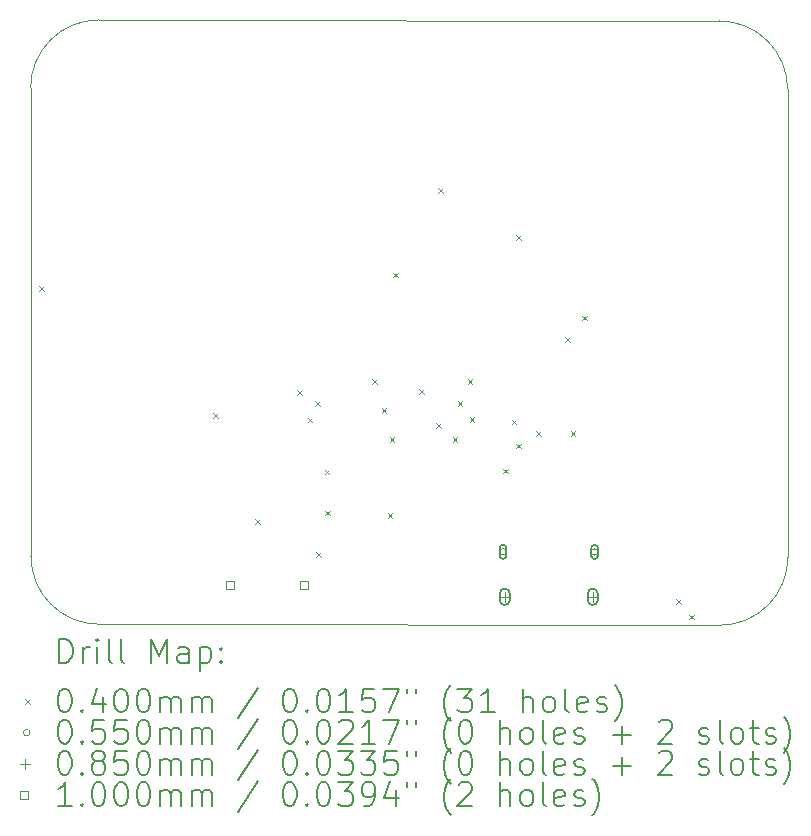
<source format=gbr>
%TF.GenerationSoftware,KiCad,Pcbnew,7.0.2*%
%TF.CreationDate,2023-11-25T19:49:49-03:00*%
%TF.ProjectId,Schematic_monitor,53636865-6d61-4746-9963-5f6d6f6e6974,rev?*%
%TF.SameCoordinates,Original*%
%TF.FileFunction,Drillmap*%
%TF.FilePolarity,Positive*%
%FSLAX45Y45*%
G04 Gerber Fmt 4.5, Leading zero omitted, Abs format (unit mm)*
G04 Created by KiCad (PCBNEW 7.0.2) date 2023-11-25 19:49:49*
%MOMM*%
%LPD*%
G01*
G04 APERTURE LIST*
%ADD10C,0.100000*%
%ADD11C,0.200000*%
%ADD12C,0.040000*%
%ADD13C,0.055000*%
%ADD14C,0.085000*%
G04 APERTURE END LIST*
D10*
X12301658Y-15585636D02*
X12298999Y-11621999D01*
X18708132Y-11630859D02*
X18710792Y-15594496D01*
X12301658Y-15585636D02*
G75*
G03*
X12877954Y-16161932I576292J-4D01*
G01*
X18708127Y-11630859D02*
G75*
G03*
X18131836Y-11054563I-576287J9D01*
G01*
X12875295Y-11045703D02*
G75*
G03*
X12298999Y-11621999I-3J-576293D01*
G01*
X18131836Y-11054563D02*
X12875295Y-11045703D01*
X18134496Y-16170792D02*
G75*
G03*
X18710792Y-15594496I4J576292D01*
G01*
X12877954Y-16161932D02*
X18134496Y-16170792D01*
D11*
D12*
X12372000Y-13298000D02*
X12412000Y-13338000D01*
X12412000Y-13298000D02*
X12372000Y-13338000D01*
X13844792Y-14374784D02*
X13884792Y-14414784D01*
X13884792Y-14374784D02*
X13844792Y-14414784D01*
X14197792Y-15275496D02*
X14237792Y-15315496D01*
X14237792Y-15275496D02*
X14197792Y-15315496D01*
X14556792Y-14178784D02*
X14596792Y-14218784D01*
X14596792Y-14178784D02*
X14556792Y-14218784D01*
X14643792Y-14413496D02*
X14683792Y-14453496D01*
X14683792Y-14413496D02*
X14643792Y-14453496D01*
X14705792Y-14275496D02*
X14745792Y-14315496D01*
X14745792Y-14275496D02*
X14705792Y-14315496D01*
X14715792Y-15551496D02*
X14755792Y-15591496D01*
X14755792Y-15551496D02*
X14715792Y-15591496D01*
X14789792Y-14853496D02*
X14829792Y-14893496D01*
X14829792Y-14853496D02*
X14789792Y-14893496D01*
X14793225Y-15200931D02*
X14833225Y-15240931D01*
X14833225Y-15200931D02*
X14793225Y-15240931D01*
X15190464Y-14084260D02*
X15230464Y-14124260D01*
X15230464Y-14084260D02*
X15190464Y-14124260D01*
X15272000Y-14332000D02*
X15312000Y-14372000D01*
X15312000Y-14332000D02*
X15272000Y-14372000D01*
X15321600Y-15220000D02*
X15361600Y-15260000D01*
X15361600Y-15220000D02*
X15321600Y-15260000D01*
X15338000Y-14576000D02*
X15378000Y-14616000D01*
X15378000Y-14576000D02*
X15338000Y-14616000D01*
X15368000Y-13186496D02*
X15408000Y-13226496D01*
X15408000Y-13186496D02*
X15368000Y-13226496D01*
X15586000Y-14171000D02*
X15626000Y-14211000D01*
X15626000Y-14171000D02*
X15586000Y-14211000D01*
X15733000Y-14461000D02*
X15773000Y-14501000D01*
X15773000Y-14461000D02*
X15733000Y-14501000D01*
X15747644Y-12470644D02*
X15787644Y-12510644D01*
X15787644Y-12470644D02*
X15747644Y-12510644D01*
X15872000Y-14577000D02*
X15912000Y-14617000D01*
X15912000Y-14577000D02*
X15872000Y-14617000D01*
X15914792Y-14273496D02*
X15954792Y-14313496D01*
X15954792Y-14273496D02*
X15914792Y-14313496D01*
X15998792Y-14086496D02*
X16038792Y-14126496D01*
X16038792Y-14086496D02*
X15998792Y-14126496D01*
X16016792Y-14407496D02*
X16056792Y-14447496D01*
X16056792Y-14407496D02*
X16016792Y-14447496D01*
X16300792Y-14845496D02*
X16340792Y-14885496D01*
X16340792Y-14845496D02*
X16300792Y-14885496D01*
X16372792Y-14430496D02*
X16412792Y-14470496D01*
X16412792Y-14430496D02*
X16372792Y-14470496D01*
X16408792Y-12869496D02*
X16448792Y-12909496D01*
X16448792Y-12869496D02*
X16408792Y-12909496D01*
X16410792Y-14632496D02*
X16450792Y-14672496D01*
X16450792Y-14632496D02*
X16410792Y-14672496D01*
X16578792Y-14524496D02*
X16618792Y-14564496D01*
X16618792Y-14524496D02*
X16578792Y-14564496D01*
X16825792Y-13732496D02*
X16865792Y-13772496D01*
X16865792Y-13732496D02*
X16825792Y-13772496D01*
X16871000Y-14527000D02*
X16911000Y-14567000D01*
X16911000Y-14527000D02*
X16871000Y-14567000D01*
X16967792Y-13548496D02*
X17007792Y-13588496D01*
X17007792Y-13548496D02*
X16967792Y-13588496D01*
X17763000Y-15950000D02*
X17803000Y-15990000D01*
X17803000Y-15950000D02*
X17763000Y-15990000D01*
X17874000Y-16080000D02*
X17914000Y-16120000D01*
X17914000Y-16080000D02*
X17874000Y-16120000D01*
D13*
X16326292Y-15549996D02*
G75*
G03*
X16326292Y-15549996I-27500J0D01*
G01*
D11*
X16326292Y-15582496D02*
X16326292Y-15517496D01*
X16326292Y-15517496D02*
G75*
G03*
X16271292Y-15517496I-27500J0D01*
G01*
X16271292Y-15517496D02*
X16271292Y-15582496D01*
X16271292Y-15582496D02*
G75*
G03*
X16326292Y-15582496I27500J0D01*
G01*
D13*
X17101292Y-15549996D02*
G75*
G03*
X17101292Y-15549996I-27500J0D01*
G01*
D11*
X17101292Y-15582496D02*
X17101292Y-15517496D01*
X17101292Y-15517496D02*
G75*
G03*
X17046292Y-15517496I-27500J0D01*
G01*
X17046292Y-15517496D02*
X17046292Y-15582496D01*
X17046292Y-15582496D02*
G75*
G03*
X17101292Y-15582496I27500J0D01*
G01*
D14*
X16313792Y-15887496D02*
X16313792Y-15972496D01*
X16271292Y-15929996D02*
X16356292Y-15929996D01*
D11*
X16356292Y-15957496D02*
X16356292Y-15902496D01*
X16356292Y-15902496D02*
G75*
G03*
X16271292Y-15902496I-42500J0D01*
G01*
X16271292Y-15902496D02*
X16271292Y-15957496D01*
X16271292Y-15957496D02*
G75*
G03*
X16356292Y-15957496I42500J0D01*
G01*
D14*
X17058792Y-15887496D02*
X17058792Y-15972496D01*
X17016292Y-15929996D02*
X17101292Y-15929996D01*
D11*
X17101292Y-15957496D02*
X17101292Y-15902496D01*
X17101292Y-15902496D02*
G75*
G03*
X17016292Y-15902496I-42500J0D01*
G01*
X17016292Y-15902496D02*
X17016292Y-15957496D01*
X17016292Y-15957496D02*
G75*
G03*
X17101292Y-15957496I42500J0D01*
G01*
D10*
X14022148Y-15862852D02*
X14022148Y-15792140D01*
X13951436Y-15792140D01*
X13951436Y-15862852D01*
X14022148Y-15862852D01*
X14647148Y-15866852D02*
X14647148Y-15796140D01*
X14576436Y-15796140D01*
X14576436Y-15866852D01*
X14647148Y-15866852D01*
D11*
X12541618Y-16488316D02*
X12541618Y-16288316D01*
X12541618Y-16288316D02*
X12589237Y-16288316D01*
X12589237Y-16288316D02*
X12617808Y-16297840D01*
X12617808Y-16297840D02*
X12636856Y-16316887D01*
X12636856Y-16316887D02*
X12646380Y-16335935D01*
X12646380Y-16335935D02*
X12655903Y-16374030D01*
X12655903Y-16374030D02*
X12655903Y-16402601D01*
X12655903Y-16402601D02*
X12646380Y-16440697D01*
X12646380Y-16440697D02*
X12636856Y-16459744D01*
X12636856Y-16459744D02*
X12617808Y-16478792D01*
X12617808Y-16478792D02*
X12589237Y-16488316D01*
X12589237Y-16488316D02*
X12541618Y-16488316D01*
X12741618Y-16488316D02*
X12741618Y-16354982D01*
X12741618Y-16393078D02*
X12751142Y-16374030D01*
X12751142Y-16374030D02*
X12760665Y-16364506D01*
X12760665Y-16364506D02*
X12779713Y-16354982D01*
X12779713Y-16354982D02*
X12798761Y-16354982D01*
X12865427Y-16488316D02*
X12865427Y-16354982D01*
X12865427Y-16288316D02*
X12855903Y-16297840D01*
X12855903Y-16297840D02*
X12865427Y-16307363D01*
X12865427Y-16307363D02*
X12874951Y-16297840D01*
X12874951Y-16297840D02*
X12865427Y-16288316D01*
X12865427Y-16288316D02*
X12865427Y-16307363D01*
X12989237Y-16488316D02*
X12970189Y-16478792D01*
X12970189Y-16478792D02*
X12960665Y-16459744D01*
X12960665Y-16459744D02*
X12960665Y-16288316D01*
X13093999Y-16488316D02*
X13074951Y-16478792D01*
X13074951Y-16478792D02*
X13065427Y-16459744D01*
X13065427Y-16459744D02*
X13065427Y-16288316D01*
X13322570Y-16488316D02*
X13322570Y-16288316D01*
X13322570Y-16288316D02*
X13389237Y-16431173D01*
X13389237Y-16431173D02*
X13455903Y-16288316D01*
X13455903Y-16288316D02*
X13455903Y-16488316D01*
X13636856Y-16488316D02*
X13636856Y-16383554D01*
X13636856Y-16383554D02*
X13627332Y-16364506D01*
X13627332Y-16364506D02*
X13608284Y-16354982D01*
X13608284Y-16354982D02*
X13570189Y-16354982D01*
X13570189Y-16354982D02*
X13551142Y-16364506D01*
X13636856Y-16478792D02*
X13617808Y-16488316D01*
X13617808Y-16488316D02*
X13570189Y-16488316D01*
X13570189Y-16488316D02*
X13551142Y-16478792D01*
X13551142Y-16478792D02*
X13541618Y-16459744D01*
X13541618Y-16459744D02*
X13541618Y-16440697D01*
X13541618Y-16440697D02*
X13551142Y-16421649D01*
X13551142Y-16421649D02*
X13570189Y-16412125D01*
X13570189Y-16412125D02*
X13617808Y-16412125D01*
X13617808Y-16412125D02*
X13636856Y-16402601D01*
X13732094Y-16354982D02*
X13732094Y-16554982D01*
X13732094Y-16364506D02*
X13751142Y-16354982D01*
X13751142Y-16354982D02*
X13789237Y-16354982D01*
X13789237Y-16354982D02*
X13808284Y-16364506D01*
X13808284Y-16364506D02*
X13817808Y-16374030D01*
X13817808Y-16374030D02*
X13827332Y-16393078D01*
X13827332Y-16393078D02*
X13827332Y-16450220D01*
X13827332Y-16450220D02*
X13817808Y-16469268D01*
X13817808Y-16469268D02*
X13808284Y-16478792D01*
X13808284Y-16478792D02*
X13789237Y-16488316D01*
X13789237Y-16488316D02*
X13751142Y-16488316D01*
X13751142Y-16488316D02*
X13732094Y-16478792D01*
X13913046Y-16469268D02*
X13922570Y-16478792D01*
X13922570Y-16478792D02*
X13913046Y-16488316D01*
X13913046Y-16488316D02*
X13903523Y-16478792D01*
X13903523Y-16478792D02*
X13913046Y-16469268D01*
X13913046Y-16469268D02*
X13913046Y-16488316D01*
X13913046Y-16364506D02*
X13922570Y-16374030D01*
X13922570Y-16374030D02*
X13913046Y-16383554D01*
X13913046Y-16383554D02*
X13903523Y-16374030D01*
X13903523Y-16374030D02*
X13913046Y-16364506D01*
X13913046Y-16364506D02*
X13913046Y-16383554D01*
D12*
X12253999Y-16795792D02*
X12293999Y-16835792D01*
X12293999Y-16795792D02*
X12253999Y-16835792D01*
D11*
X12579713Y-16708316D02*
X12598761Y-16708316D01*
X12598761Y-16708316D02*
X12617808Y-16717840D01*
X12617808Y-16717840D02*
X12627332Y-16727363D01*
X12627332Y-16727363D02*
X12636856Y-16746411D01*
X12636856Y-16746411D02*
X12646380Y-16784506D01*
X12646380Y-16784506D02*
X12646380Y-16832125D01*
X12646380Y-16832125D02*
X12636856Y-16870221D01*
X12636856Y-16870221D02*
X12627332Y-16889268D01*
X12627332Y-16889268D02*
X12617808Y-16898792D01*
X12617808Y-16898792D02*
X12598761Y-16908316D01*
X12598761Y-16908316D02*
X12579713Y-16908316D01*
X12579713Y-16908316D02*
X12560665Y-16898792D01*
X12560665Y-16898792D02*
X12551142Y-16889268D01*
X12551142Y-16889268D02*
X12541618Y-16870221D01*
X12541618Y-16870221D02*
X12532094Y-16832125D01*
X12532094Y-16832125D02*
X12532094Y-16784506D01*
X12532094Y-16784506D02*
X12541618Y-16746411D01*
X12541618Y-16746411D02*
X12551142Y-16727363D01*
X12551142Y-16727363D02*
X12560665Y-16717840D01*
X12560665Y-16717840D02*
X12579713Y-16708316D01*
X12732094Y-16889268D02*
X12741618Y-16898792D01*
X12741618Y-16898792D02*
X12732094Y-16908316D01*
X12732094Y-16908316D02*
X12722570Y-16898792D01*
X12722570Y-16898792D02*
X12732094Y-16889268D01*
X12732094Y-16889268D02*
X12732094Y-16908316D01*
X12913046Y-16774982D02*
X12913046Y-16908316D01*
X12865427Y-16698792D02*
X12817808Y-16841649D01*
X12817808Y-16841649D02*
X12941618Y-16841649D01*
X13055903Y-16708316D02*
X13074951Y-16708316D01*
X13074951Y-16708316D02*
X13093999Y-16717840D01*
X13093999Y-16717840D02*
X13103523Y-16727363D01*
X13103523Y-16727363D02*
X13113046Y-16746411D01*
X13113046Y-16746411D02*
X13122570Y-16784506D01*
X13122570Y-16784506D02*
X13122570Y-16832125D01*
X13122570Y-16832125D02*
X13113046Y-16870221D01*
X13113046Y-16870221D02*
X13103523Y-16889268D01*
X13103523Y-16889268D02*
X13093999Y-16898792D01*
X13093999Y-16898792D02*
X13074951Y-16908316D01*
X13074951Y-16908316D02*
X13055903Y-16908316D01*
X13055903Y-16908316D02*
X13036856Y-16898792D01*
X13036856Y-16898792D02*
X13027332Y-16889268D01*
X13027332Y-16889268D02*
X13017808Y-16870221D01*
X13017808Y-16870221D02*
X13008284Y-16832125D01*
X13008284Y-16832125D02*
X13008284Y-16784506D01*
X13008284Y-16784506D02*
X13017808Y-16746411D01*
X13017808Y-16746411D02*
X13027332Y-16727363D01*
X13027332Y-16727363D02*
X13036856Y-16717840D01*
X13036856Y-16717840D02*
X13055903Y-16708316D01*
X13246380Y-16708316D02*
X13265427Y-16708316D01*
X13265427Y-16708316D02*
X13284475Y-16717840D01*
X13284475Y-16717840D02*
X13293999Y-16727363D01*
X13293999Y-16727363D02*
X13303523Y-16746411D01*
X13303523Y-16746411D02*
X13313046Y-16784506D01*
X13313046Y-16784506D02*
X13313046Y-16832125D01*
X13313046Y-16832125D02*
X13303523Y-16870221D01*
X13303523Y-16870221D02*
X13293999Y-16889268D01*
X13293999Y-16889268D02*
X13284475Y-16898792D01*
X13284475Y-16898792D02*
X13265427Y-16908316D01*
X13265427Y-16908316D02*
X13246380Y-16908316D01*
X13246380Y-16908316D02*
X13227332Y-16898792D01*
X13227332Y-16898792D02*
X13217808Y-16889268D01*
X13217808Y-16889268D02*
X13208284Y-16870221D01*
X13208284Y-16870221D02*
X13198761Y-16832125D01*
X13198761Y-16832125D02*
X13198761Y-16784506D01*
X13198761Y-16784506D02*
X13208284Y-16746411D01*
X13208284Y-16746411D02*
X13217808Y-16727363D01*
X13217808Y-16727363D02*
X13227332Y-16717840D01*
X13227332Y-16717840D02*
X13246380Y-16708316D01*
X13398761Y-16908316D02*
X13398761Y-16774982D01*
X13398761Y-16794030D02*
X13408284Y-16784506D01*
X13408284Y-16784506D02*
X13427332Y-16774982D01*
X13427332Y-16774982D02*
X13455904Y-16774982D01*
X13455904Y-16774982D02*
X13474951Y-16784506D01*
X13474951Y-16784506D02*
X13484475Y-16803554D01*
X13484475Y-16803554D02*
X13484475Y-16908316D01*
X13484475Y-16803554D02*
X13493999Y-16784506D01*
X13493999Y-16784506D02*
X13513046Y-16774982D01*
X13513046Y-16774982D02*
X13541618Y-16774982D01*
X13541618Y-16774982D02*
X13560665Y-16784506D01*
X13560665Y-16784506D02*
X13570189Y-16803554D01*
X13570189Y-16803554D02*
X13570189Y-16908316D01*
X13665427Y-16908316D02*
X13665427Y-16774982D01*
X13665427Y-16794030D02*
X13674951Y-16784506D01*
X13674951Y-16784506D02*
X13693999Y-16774982D01*
X13693999Y-16774982D02*
X13722570Y-16774982D01*
X13722570Y-16774982D02*
X13741618Y-16784506D01*
X13741618Y-16784506D02*
X13751142Y-16803554D01*
X13751142Y-16803554D02*
X13751142Y-16908316D01*
X13751142Y-16803554D02*
X13760665Y-16784506D01*
X13760665Y-16784506D02*
X13779713Y-16774982D01*
X13779713Y-16774982D02*
X13808284Y-16774982D01*
X13808284Y-16774982D02*
X13827332Y-16784506D01*
X13827332Y-16784506D02*
X13836856Y-16803554D01*
X13836856Y-16803554D02*
X13836856Y-16908316D01*
X14227332Y-16698792D02*
X14055904Y-16955935D01*
X14484475Y-16708316D02*
X14503523Y-16708316D01*
X14503523Y-16708316D02*
X14522570Y-16717840D01*
X14522570Y-16717840D02*
X14532094Y-16727363D01*
X14532094Y-16727363D02*
X14541618Y-16746411D01*
X14541618Y-16746411D02*
X14551142Y-16784506D01*
X14551142Y-16784506D02*
X14551142Y-16832125D01*
X14551142Y-16832125D02*
X14541618Y-16870221D01*
X14541618Y-16870221D02*
X14532094Y-16889268D01*
X14532094Y-16889268D02*
X14522570Y-16898792D01*
X14522570Y-16898792D02*
X14503523Y-16908316D01*
X14503523Y-16908316D02*
X14484475Y-16908316D01*
X14484475Y-16908316D02*
X14465427Y-16898792D01*
X14465427Y-16898792D02*
X14455904Y-16889268D01*
X14455904Y-16889268D02*
X14446380Y-16870221D01*
X14446380Y-16870221D02*
X14436856Y-16832125D01*
X14436856Y-16832125D02*
X14436856Y-16784506D01*
X14436856Y-16784506D02*
X14446380Y-16746411D01*
X14446380Y-16746411D02*
X14455904Y-16727363D01*
X14455904Y-16727363D02*
X14465427Y-16717840D01*
X14465427Y-16717840D02*
X14484475Y-16708316D01*
X14636856Y-16889268D02*
X14646380Y-16898792D01*
X14646380Y-16898792D02*
X14636856Y-16908316D01*
X14636856Y-16908316D02*
X14627332Y-16898792D01*
X14627332Y-16898792D02*
X14636856Y-16889268D01*
X14636856Y-16889268D02*
X14636856Y-16908316D01*
X14770189Y-16708316D02*
X14789237Y-16708316D01*
X14789237Y-16708316D02*
X14808285Y-16717840D01*
X14808285Y-16717840D02*
X14817808Y-16727363D01*
X14817808Y-16727363D02*
X14827332Y-16746411D01*
X14827332Y-16746411D02*
X14836856Y-16784506D01*
X14836856Y-16784506D02*
X14836856Y-16832125D01*
X14836856Y-16832125D02*
X14827332Y-16870221D01*
X14827332Y-16870221D02*
X14817808Y-16889268D01*
X14817808Y-16889268D02*
X14808285Y-16898792D01*
X14808285Y-16898792D02*
X14789237Y-16908316D01*
X14789237Y-16908316D02*
X14770189Y-16908316D01*
X14770189Y-16908316D02*
X14751142Y-16898792D01*
X14751142Y-16898792D02*
X14741618Y-16889268D01*
X14741618Y-16889268D02*
X14732094Y-16870221D01*
X14732094Y-16870221D02*
X14722570Y-16832125D01*
X14722570Y-16832125D02*
X14722570Y-16784506D01*
X14722570Y-16784506D02*
X14732094Y-16746411D01*
X14732094Y-16746411D02*
X14741618Y-16727363D01*
X14741618Y-16727363D02*
X14751142Y-16717840D01*
X14751142Y-16717840D02*
X14770189Y-16708316D01*
X15027332Y-16908316D02*
X14913047Y-16908316D01*
X14970189Y-16908316D02*
X14970189Y-16708316D01*
X14970189Y-16708316D02*
X14951142Y-16736887D01*
X14951142Y-16736887D02*
X14932094Y-16755935D01*
X14932094Y-16755935D02*
X14913047Y-16765459D01*
X15208285Y-16708316D02*
X15113047Y-16708316D01*
X15113047Y-16708316D02*
X15103523Y-16803554D01*
X15103523Y-16803554D02*
X15113047Y-16794030D01*
X15113047Y-16794030D02*
X15132094Y-16784506D01*
X15132094Y-16784506D02*
X15179713Y-16784506D01*
X15179713Y-16784506D02*
X15198761Y-16794030D01*
X15198761Y-16794030D02*
X15208285Y-16803554D01*
X15208285Y-16803554D02*
X15217808Y-16822602D01*
X15217808Y-16822602D02*
X15217808Y-16870221D01*
X15217808Y-16870221D02*
X15208285Y-16889268D01*
X15208285Y-16889268D02*
X15198761Y-16898792D01*
X15198761Y-16898792D02*
X15179713Y-16908316D01*
X15179713Y-16908316D02*
X15132094Y-16908316D01*
X15132094Y-16908316D02*
X15113047Y-16898792D01*
X15113047Y-16898792D02*
X15103523Y-16889268D01*
X15284475Y-16708316D02*
X15417808Y-16708316D01*
X15417808Y-16708316D02*
X15332094Y-16908316D01*
X15484475Y-16708316D02*
X15484475Y-16746411D01*
X15560666Y-16708316D02*
X15560666Y-16746411D01*
X15855904Y-16984506D02*
X15846380Y-16974982D01*
X15846380Y-16974982D02*
X15827332Y-16946411D01*
X15827332Y-16946411D02*
X15817809Y-16927363D01*
X15817809Y-16927363D02*
X15808285Y-16898792D01*
X15808285Y-16898792D02*
X15798761Y-16851173D01*
X15798761Y-16851173D02*
X15798761Y-16813078D01*
X15798761Y-16813078D02*
X15808285Y-16765459D01*
X15808285Y-16765459D02*
X15817809Y-16736887D01*
X15817809Y-16736887D02*
X15827332Y-16717840D01*
X15827332Y-16717840D02*
X15846380Y-16689268D01*
X15846380Y-16689268D02*
X15855904Y-16679744D01*
X15913047Y-16708316D02*
X16036856Y-16708316D01*
X16036856Y-16708316D02*
X15970189Y-16784506D01*
X15970189Y-16784506D02*
X15998761Y-16784506D01*
X15998761Y-16784506D02*
X16017809Y-16794030D01*
X16017809Y-16794030D02*
X16027332Y-16803554D01*
X16027332Y-16803554D02*
X16036856Y-16822602D01*
X16036856Y-16822602D02*
X16036856Y-16870221D01*
X16036856Y-16870221D02*
X16027332Y-16889268D01*
X16027332Y-16889268D02*
X16017809Y-16898792D01*
X16017809Y-16898792D02*
X15998761Y-16908316D01*
X15998761Y-16908316D02*
X15941618Y-16908316D01*
X15941618Y-16908316D02*
X15922570Y-16898792D01*
X15922570Y-16898792D02*
X15913047Y-16889268D01*
X16227332Y-16908316D02*
X16113047Y-16908316D01*
X16170189Y-16908316D02*
X16170189Y-16708316D01*
X16170189Y-16708316D02*
X16151142Y-16736887D01*
X16151142Y-16736887D02*
X16132094Y-16755935D01*
X16132094Y-16755935D02*
X16113047Y-16765459D01*
X16465428Y-16908316D02*
X16465428Y-16708316D01*
X16551142Y-16908316D02*
X16551142Y-16803554D01*
X16551142Y-16803554D02*
X16541618Y-16784506D01*
X16541618Y-16784506D02*
X16522571Y-16774982D01*
X16522571Y-16774982D02*
X16493999Y-16774982D01*
X16493999Y-16774982D02*
X16474951Y-16784506D01*
X16474951Y-16784506D02*
X16465428Y-16794030D01*
X16674951Y-16908316D02*
X16655904Y-16898792D01*
X16655904Y-16898792D02*
X16646380Y-16889268D01*
X16646380Y-16889268D02*
X16636856Y-16870221D01*
X16636856Y-16870221D02*
X16636856Y-16813078D01*
X16636856Y-16813078D02*
X16646380Y-16794030D01*
X16646380Y-16794030D02*
X16655904Y-16784506D01*
X16655904Y-16784506D02*
X16674951Y-16774982D01*
X16674951Y-16774982D02*
X16703523Y-16774982D01*
X16703523Y-16774982D02*
X16722571Y-16784506D01*
X16722571Y-16784506D02*
X16732094Y-16794030D01*
X16732094Y-16794030D02*
X16741618Y-16813078D01*
X16741618Y-16813078D02*
X16741618Y-16870221D01*
X16741618Y-16870221D02*
X16732094Y-16889268D01*
X16732094Y-16889268D02*
X16722571Y-16898792D01*
X16722571Y-16898792D02*
X16703523Y-16908316D01*
X16703523Y-16908316D02*
X16674951Y-16908316D01*
X16855904Y-16908316D02*
X16836856Y-16898792D01*
X16836856Y-16898792D02*
X16827333Y-16879744D01*
X16827333Y-16879744D02*
X16827333Y-16708316D01*
X17008285Y-16898792D02*
X16989237Y-16908316D01*
X16989237Y-16908316D02*
X16951142Y-16908316D01*
X16951142Y-16908316D02*
X16932094Y-16898792D01*
X16932094Y-16898792D02*
X16922571Y-16879744D01*
X16922571Y-16879744D02*
X16922571Y-16803554D01*
X16922571Y-16803554D02*
X16932094Y-16784506D01*
X16932094Y-16784506D02*
X16951142Y-16774982D01*
X16951142Y-16774982D02*
X16989237Y-16774982D01*
X16989237Y-16774982D02*
X17008285Y-16784506D01*
X17008285Y-16784506D02*
X17017809Y-16803554D01*
X17017809Y-16803554D02*
X17017809Y-16822602D01*
X17017809Y-16822602D02*
X16922571Y-16841649D01*
X17093999Y-16898792D02*
X17113047Y-16908316D01*
X17113047Y-16908316D02*
X17151142Y-16908316D01*
X17151142Y-16908316D02*
X17170190Y-16898792D01*
X17170190Y-16898792D02*
X17179714Y-16879744D01*
X17179714Y-16879744D02*
X17179714Y-16870221D01*
X17179714Y-16870221D02*
X17170190Y-16851173D01*
X17170190Y-16851173D02*
X17151142Y-16841649D01*
X17151142Y-16841649D02*
X17122571Y-16841649D01*
X17122571Y-16841649D02*
X17103523Y-16832125D01*
X17103523Y-16832125D02*
X17093999Y-16813078D01*
X17093999Y-16813078D02*
X17093999Y-16803554D01*
X17093999Y-16803554D02*
X17103523Y-16784506D01*
X17103523Y-16784506D02*
X17122571Y-16774982D01*
X17122571Y-16774982D02*
X17151142Y-16774982D01*
X17151142Y-16774982D02*
X17170190Y-16784506D01*
X17246380Y-16984506D02*
X17255904Y-16974982D01*
X17255904Y-16974982D02*
X17274952Y-16946411D01*
X17274952Y-16946411D02*
X17284475Y-16927363D01*
X17284475Y-16927363D02*
X17293999Y-16898792D01*
X17293999Y-16898792D02*
X17303523Y-16851173D01*
X17303523Y-16851173D02*
X17303523Y-16813078D01*
X17303523Y-16813078D02*
X17293999Y-16765459D01*
X17293999Y-16765459D02*
X17284475Y-16736887D01*
X17284475Y-16736887D02*
X17274952Y-16717840D01*
X17274952Y-16717840D02*
X17255904Y-16689268D01*
X17255904Y-16689268D02*
X17246380Y-16679744D01*
D13*
X12293999Y-17079792D02*
G75*
G03*
X12293999Y-17079792I-27500J0D01*
G01*
D11*
X12579713Y-16972316D02*
X12598761Y-16972316D01*
X12598761Y-16972316D02*
X12617808Y-16981840D01*
X12617808Y-16981840D02*
X12627332Y-16991363D01*
X12627332Y-16991363D02*
X12636856Y-17010411D01*
X12636856Y-17010411D02*
X12646380Y-17048506D01*
X12646380Y-17048506D02*
X12646380Y-17096125D01*
X12646380Y-17096125D02*
X12636856Y-17134221D01*
X12636856Y-17134221D02*
X12627332Y-17153268D01*
X12627332Y-17153268D02*
X12617808Y-17162792D01*
X12617808Y-17162792D02*
X12598761Y-17172316D01*
X12598761Y-17172316D02*
X12579713Y-17172316D01*
X12579713Y-17172316D02*
X12560665Y-17162792D01*
X12560665Y-17162792D02*
X12551142Y-17153268D01*
X12551142Y-17153268D02*
X12541618Y-17134221D01*
X12541618Y-17134221D02*
X12532094Y-17096125D01*
X12532094Y-17096125D02*
X12532094Y-17048506D01*
X12532094Y-17048506D02*
X12541618Y-17010411D01*
X12541618Y-17010411D02*
X12551142Y-16991363D01*
X12551142Y-16991363D02*
X12560665Y-16981840D01*
X12560665Y-16981840D02*
X12579713Y-16972316D01*
X12732094Y-17153268D02*
X12741618Y-17162792D01*
X12741618Y-17162792D02*
X12732094Y-17172316D01*
X12732094Y-17172316D02*
X12722570Y-17162792D01*
X12722570Y-17162792D02*
X12732094Y-17153268D01*
X12732094Y-17153268D02*
X12732094Y-17172316D01*
X12922570Y-16972316D02*
X12827332Y-16972316D01*
X12827332Y-16972316D02*
X12817808Y-17067554D01*
X12817808Y-17067554D02*
X12827332Y-17058030D01*
X12827332Y-17058030D02*
X12846380Y-17048506D01*
X12846380Y-17048506D02*
X12893999Y-17048506D01*
X12893999Y-17048506D02*
X12913046Y-17058030D01*
X12913046Y-17058030D02*
X12922570Y-17067554D01*
X12922570Y-17067554D02*
X12932094Y-17086602D01*
X12932094Y-17086602D02*
X12932094Y-17134221D01*
X12932094Y-17134221D02*
X12922570Y-17153268D01*
X12922570Y-17153268D02*
X12913046Y-17162792D01*
X12913046Y-17162792D02*
X12893999Y-17172316D01*
X12893999Y-17172316D02*
X12846380Y-17172316D01*
X12846380Y-17172316D02*
X12827332Y-17162792D01*
X12827332Y-17162792D02*
X12817808Y-17153268D01*
X13113046Y-16972316D02*
X13017808Y-16972316D01*
X13017808Y-16972316D02*
X13008284Y-17067554D01*
X13008284Y-17067554D02*
X13017808Y-17058030D01*
X13017808Y-17058030D02*
X13036856Y-17048506D01*
X13036856Y-17048506D02*
X13084475Y-17048506D01*
X13084475Y-17048506D02*
X13103523Y-17058030D01*
X13103523Y-17058030D02*
X13113046Y-17067554D01*
X13113046Y-17067554D02*
X13122570Y-17086602D01*
X13122570Y-17086602D02*
X13122570Y-17134221D01*
X13122570Y-17134221D02*
X13113046Y-17153268D01*
X13113046Y-17153268D02*
X13103523Y-17162792D01*
X13103523Y-17162792D02*
X13084475Y-17172316D01*
X13084475Y-17172316D02*
X13036856Y-17172316D01*
X13036856Y-17172316D02*
X13017808Y-17162792D01*
X13017808Y-17162792D02*
X13008284Y-17153268D01*
X13246380Y-16972316D02*
X13265427Y-16972316D01*
X13265427Y-16972316D02*
X13284475Y-16981840D01*
X13284475Y-16981840D02*
X13293999Y-16991363D01*
X13293999Y-16991363D02*
X13303523Y-17010411D01*
X13303523Y-17010411D02*
X13313046Y-17048506D01*
X13313046Y-17048506D02*
X13313046Y-17096125D01*
X13313046Y-17096125D02*
X13303523Y-17134221D01*
X13303523Y-17134221D02*
X13293999Y-17153268D01*
X13293999Y-17153268D02*
X13284475Y-17162792D01*
X13284475Y-17162792D02*
X13265427Y-17172316D01*
X13265427Y-17172316D02*
X13246380Y-17172316D01*
X13246380Y-17172316D02*
X13227332Y-17162792D01*
X13227332Y-17162792D02*
X13217808Y-17153268D01*
X13217808Y-17153268D02*
X13208284Y-17134221D01*
X13208284Y-17134221D02*
X13198761Y-17096125D01*
X13198761Y-17096125D02*
X13198761Y-17048506D01*
X13198761Y-17048506D02*
X13208284Y-17010411D01*
X13208284Y-17010411D02*
X13217808Y-16991363D01*
X13217808Y-16991363D02*
X13227332Y-16981840D01*
X13227332Y-16981840D02*
X13246380Y-16972316D01*
X13398761Y-17172316D02*
X13398761Y-17038982D01*
X13398761Y-17058030D02*
X13408284Y-17048506D01*
X13408284Y-17048506D02*
X13427332Y-17038982D01*
X13427332Y-17038982D02*
X13455904Y-17038982D01*
X13455904Y-17038982D02*
X13474951Y-17048506D01*
X13474951Y-17048506D02*
X13484475Y-17067554D01*
X13484475Y-17067554D02*
X13484475Y-17172316D01*
X13484475Y-17067554D02*
X13493999Y-17048506D01*
X13493999Y-17048506D02*
X13513046Y-17038982D01*
X13513046Y-17038982D02*
X13541618Y-17038982D01*
X13541618Y-17038982D02*
X13560665Y-17048506D01*
X13560665Y-17048506D02*
X13570189Y-17067554D01*
X13570189Y-17067554D02*
X13570189Y-17172316D01*
X13665427Y-17172316D02*
X13665427Y-17038982D01*
X13665427Y-17058030D02*
X13674951Y-17048506D01*
X13674951Y-17048506D02*
X13693999Y-17038982D01*
X13693999Y-17038982D02*
X13722570Y-17038982D01*
X13722570Y-17038982D02*
X13741618Y-17048506D01*
X13741618Y-17048506D02*
X13751142Y-17067554D01*
X13751142Y-17067554D02*
X13751142Y-17172316D01*
X13751142Y-17067554D02*
X13760665Y-17048506D01*
X13760665Y-17048506D02*
X13779713Y-17038982D01*
X13779713Y-17038982D02*
X13808284Y-17038982D01*
X13808284Y-17038982D02*
X13827332Y-17048506D01*
X13827332Y-17048506D02*
X13836856Y-17067554D01*
X13836856Y-17067554D02*
X13836856Y-17172316D01*
X14227332Y-16962792D02*
X14055904Y-17219935D01*
X14484475Y-16972316D02*
X14503523Y-16972316D01*
X14503523Y-16972316D02*
X14522570Y-16981840D01*
X14522570Y-16981840D02*
X14532094Y-16991363D01*
X14532094Y-16991363D02*
X14541618Y-17010411D01*
X14541618Y-17010411D02*
X14551142Y-17048506D01*
X14551142Y-17048506D02*
X14551142Y-17096125D01*
X14551142Y-17096125D02*
X14541618Y-17134221D01*
X14541618Y-17134221D02*
X14532094Y-17153268D01*
X14532094Y-17153268D02*
X14522570Y-17162792D01*
X14522570Y-17162792D02*
X14503523Y-17172316D01*
X14503523Y-17172316D02*
X14484475Y-17172316D01*
X14484475Y-17172316D02*
X14465427Y-17162792D01*
X14465427Y-17162792D02*
X14455904Y-17153268D01*
X14455904Y-17153268D02*
X14446380Y-17134221D01*
X14446380Y-17134221D02*
X14436856Y-17096125D01*
X14436856Y-17096125D02*
X14436856Y-17048506D01*
X14436856Y-17048506D02*
X14446380Y-17010411D01*
X14446380Y-17010411D02*
X14455904Y-16991363D01*
X14455904Y-16991363D02*
X14465427Y-16981840D01*
X14465427Y-16981840D02*
X14484475Y-16972316D01*
X14636856Y-17153268D02*
X14646380Y-17162792D01*
X14646380Y-17162792D02*
X14636856Y-17172316D01*
X14636856Y-17172316D02*
X14627332Y-17162792D01*
X14627332Y-17162792D02*
X14636856Y-17153268D01*
X14636856Y-17153268D02*
X14636856Y-17172316D01*
X14770189Y-16972316D02*
X14789237Y-16972316D01*
X14789237Y-16972316D02*
X14808285Y-16981840D01*
X14808285Y-16981840D02*
X14817808Y-16991363D01*
X14817808Y-16991363D02*
X14827332Y-17010411D01*
X14827332Y-17010411D02*
X14836856Y-17048506D01*
X14836856Y-17048506D02*
X14836856Y-17096125D01*
X14836856Y-17096125D02*
X14827332Y-17134221D01*
X14827332Y-17134221D02*
X14817808Y-17153268D01*
X14817808Y-17153268D02*
X14808285Y-17162792D01*
X14808285Y-17162792D02*
X14789237Y-17172316D01*
X14789237Y-17172316D02*
X14770189Y-17172316D01*
X14770189Y-17172316D02*
X14751142Y-17162792D01*
X14751142Y-17162792D02*
X14741618Y-17153268D01*
X14741618Y-17153268D02*
X14732094Y-17134221D01*
X14732094Y-17134221D02*
X14722570Y-17096125D01*
X14722570Y-17096125D02*
X14722570Y-17048506D01*
X14722570Y-17048506D02*
X14732094Y-17010411D01*
X14732094Y-17010411D02*
X14741618Y-16991363D01*
X14741618Y-16991363D02*
X14751142Y-16981840D01*
X14751142Y-16981840D02*
X14770189Y-16972316D01*
X14913047Y-16991363D02*
X14922570Y-16981840D01*
X14922570Y-16981840D02*
X14941618Y-16972316D01*
X14941618Y-16972316D02*
X14989237Y-16972316D01*
X14989237Y-16972316D02*
X15008285Y-16981840D01*
X15008285Y-16981840D02*
X15017808Y-16991363D01*
X15017808Y-16991363D02*
X15027332Y-17010411D01*
X15027332Y-17010411D02*
X15027332Y-17029459D01*
X15027332Y-17029459D02*
X15017808Y-17058030D01*
X15017808Y-17058030D02*
X14903523Y-17172316D01*
X14903523Y-17172316D02*
X15027332Y-17172316D01*
X15217808Y-17172316D02*
X15103523Y-17172316D01*
X15160666Y-17172316D02*
X15160666Y-16972316D01*
X15160666Y-16972316D02*
X15141618Y-17000887D01*
X15141618Y-17000887D02*
X15122570Y-17019935D01*
X15122570Y-17019935D02*
X15103523Y-17029459D01*
X15284475Y-16972316D02*
X15417808Y-16972316D01*
X15417808Y-16972316D02*
X15332094Y-17172316D01*
X15484475Y-16972316D02*
X15484475Y-17010411D01*
X15560666Y-16972316D02*
X15560666Y-17010411D01*
X15855904Y-17248506D02*
X15846380Y-17238982D01*
X15846380Y-17238982D02*
X15827332Y-17210411D01*
X15827332Y-17210411D02*
X15817809Y-17191363D01*
X15817809Y-17191363D02*
X15808285Y-17162792D01*
X15808285Y-17162792D02*
X15798761Y-17115173D01*
X15798761Y-17115173D02*
X15798761Y-17077078D01*
X15798761Y-17077078D02*
X15808285Y-17029459D01*
X15808285Y-17029459D02*
X15817809Y-17000887D01*
X15817809Y-17000887D02*
X15827332Y-16981840D01*
X15827332Y-16981840D02*
X15846380Y-16953268D01*
X15846380Y-16953268D02*
X15855904Y-16943744D01*
X15970189Y-16972316D02*
X15989237Y-16972316D01*
X15989237Y-16972316D02*
X16008285Y-16981840D01*
X16008285Y-16981840D02*
X16017809Y-16991363D01*
X16017809Y-16991363D02*
X16027332Y-17010411D01*
X16027332Y-17010411D02*
X16036856Y-17048506D01*
X16036856Y-17048506D02*
X16036856Y-17096125D01*
X16036856Y-17096125D02*
X16027332Y-17134221D01*
X16027332Y-17134221D02*
X16017809Y-17153268D01*
X16017809Y-17153268D02*
X16008285Y-17162792D01*
X16008285Y-17162792D02*
X15989237Y-17172316D01*
X15989237Y-17172316D02*
X15970189Y-17172316D01*
X15970189Y-17172316D02*
X15951142Y-17162792D01*
X15951142Y-17162792D02*
X15941618Y-17153268D01*
X15941618Y-17153268D02*
X15932094Y-17134221D01*
X15932094Y-17134221D02*
X15922570Y-17096125D01*
X15922570Y-17096125D02*
X15922570Y-17048506D01*
X15922570Y-17048506D02*
X15932094Y-17010411D01*
X15932094Y-17010411D02*
X15941618Y-16991363D01*
X15941618Y-16991363D02*
X15951142Y-16981840D01*
X15951142Y-16981840D02*
X15970189Y-16972316D01*
X16274951Y-17172316D02*
X16274951Y-16972316D01*
X16360666Y-17172316D02*
X16360666Y-17067554D01*
X16360666Y-17067554D02*
X16351142Y-17048506D01*
X16351142Y-17048506D02*
X16332094Y-17038982D01*
X16332094Y-17038982D02*
X16303523Y-17038982D01*
X16303523Y-17038982D02*
X16284475Y-17048506D01*
X16284475Y-17048506D02*
X16274951Y-17058030D01*
X16484475Y-17172316D02*
X16465428Y-17162792D01*
X16465428Y-17162792D02*
X16455904Y-17153268D01*
X16455904Y-17153268D02*
X16446380Y-17134221D01*
X16446380Y-17134221D02*
X16446380Y-17077078D01*
X16446380Y-17077078D02*
X16455904Y-17058030D01*
X16455904Y-17058030D02*
X16465428Y-17048506D01*
X16465428Y-17048506D02*
X16484475Y-17038982D01*
X16484475Y-17038982D02*
X16513047Y-17038982D01*
X16513047Y-17038982D02*
X16532094Y-17048506D01*
X16532094Y-17048506D02*
X16541618Y-17058030D01*
X16541618Y-17058030D02*
X16551142Y-17077078D01*
X16551142Y-17077078D02*
X16551142Y-17134221D01*
X16551142Y-17134221D02*
X16541618Y-17153268D01*
X16541618Y-17153268D02*
X16532094Y-17162792D01*
X16532094Y-17162792D02*
X16513047Y-17172316D01*
X16513047Y-17172316D02*
X16484475Y-17172316D01*
X16665428Y-17172316D02*
X16646380Y-17162792D01*
X16646380Y-17162792D02*
X16636856Y-17143744D01*
X16636856Y-17143744D02*
X16636856Y-16972316D01*
X16817809Y-17162792D02*
X16798761Y-17172316D01*
X16798761Y-17172316D02*
X16760666Y-17172316D01*
X16760666Y-17172316D02*
X16741618Y-17162792D01*
X16741618Y-17162792D02*
X16732094Y-17143744D01*
X16732094Y-17143744D02*
X16732094Y-17067554D01*
X16732094Y-17067554D02*
X16741618Y-17048506D01*
X16741618Y-17048506D02*
X16760666Y-17038982D01*
X16760666Y-17038982D02*
X16798761Y-17038982D01*
X16798761Y-17038982D02*
X16817809Y-17048506D01*
X16817809Y-17048506D02*
X16827333Y-17067554D01*
X16827333Y-17067554D02*
X16827333Y-17086602D01*
X16827333Y-17086602D02*
X16732094Y-17105649D01*
X16903523Y-17162792D02*
X16922571Y-17172316D01*
X16922571Y-17172316D02*
X16960666Y-17172316D01*
X16960666Y-17172316D02*
X16979714Y-17162792D01*
X16979714Y-17162792D02*
X16989237Y-17143744D01*
X16989237Y-17143744D02*
X16989237Y-17134221D01*
X16989237Y-17134221D02*
X16979714Y-17115173D01*
X16979714Y-17115173D02*
X16960666Y-17105649D01*
X16960666Y-17105649D02*
X16932094Y-17105649D01*
X16932094Y-17105649D02*
X16913047Y-17096125D01*
X16913047Y-17096125D02*
X16903523Y-17077078D01*
X16903523Y-17077078D02*
X16903523Y-17067554D01*
X16903523Y-17067554D02*
X16913047Y-17048506D01*
X16913047Y-17048506D02*
X16932094Y-17038982D01*
X16932094Y-17038982D02*
X16960666Y-17038982D01*
X16960666Y-17038982D02*
X16979714Y-17048506D01*
X17227333Y-17096125D02*
X17379714Y-17096125D01*
X17303523Y-17172316D02*
X17303523Y-17019935D01*
X17617809Y-16991363D02*
X17627333Y-16981840D01*
X17627333Y-16981840D02*
X17646380Y-16972316D01*
X17646380Y-16972316D02*
X17693999Y-16972316D01*
X17693999Y-16972316D02*
X17713047Y-16981840D01*
X17713047Y-16981840D02*
X17722571Y-16991363D01*
X17722571Y-16991363D02*
X17732095Y-17010411D01*
X17732095Y-17010411D02*
X17732095Y-17029459D01*
X17732095Y-17029459D02*
X17722571Y-17058030D01*
X17722571Y-17058030D02*
X17608285Y-17172316D01*
X17608285Y-17172316D02*
X17732095Y-17172316D01*
X17960666Y-17162792D02*
X17979714Y-17172316D01*
X17979714Y-17172316D02*
X18017809Y-17172316D01*
X18017809Y-17172316D02*
X18036857Y-17162792D01*
X18036857Y-17162792D02*
X18046380Y-17143744D01*
X18046380Y-17143744D02*
X18046380Y-17134221D01*
X18046380Y-17134221D02*
X18036857Y-17115173D01*
X18036857Y-17115173D02*
X18017809Y-17105649D01*
X18017809Y-17105649D02*
X17989237Y-17105649D01*
X17989237Y-17105649D02*
X17970190Y-17096125D01*
X17970190Y-17096125D02*
X17960666Y-17077078D01*
X17960666Y-17077078D02*
X17960666Y-17067554D01*
X17960666Y-17067554D02*
X17970190Y-17048506D01*
X17970190Y-17048506D02*
X17989237Y-17038982D01*
X17989237Y-17038982D02*
X18017809Y-17038982D01*
X18017809Y-17038982D02*
X18036857Y-17048506D01*
X18160666Y-17172316D02*
X18141618Y-17162792D01*
X18141618Y-17162792D02*
X18132095Y-17143744D01*
X18132095Y-17143744D02*
X18132095Y-16972316D01*
X18265428Y-17172316D02*
X18246380Y-17162792D01*
X18246380Y-17162792D02*
X18236857Y-17153268D01*
X18236857Y-17153268D02*
X18227333Y-17134221D01*
X18227333Y-17134221D02*
X18227333Y-17077078D01*
X18227333Y-17077078D02*
X18236857Y-17058030D01*
X18236857Y-17058030D02*
X18246380Y-17048506D01*
X18246380Y-17048506D02*
X18265428Y-17038982D01*
X18265428Y-17038982D02*
X18293999Y-17038982D01*
X18293999Y-17038982D02*
X18313047Y-17048506D01*
X18313047Y-17048506D02*
X18322571Y-17058030D01*
X18322571Y-17058030D02*
X18332095Y-17077078D01*
X18332095Y-17077078D02*
X18332095Y-17134221D01*
X18332095Y-17134221D02*
X18322571Y-17153268D01*
X18322571Y-17153268D02*
X18313047Y-17162792D01*
X18313047Y-17162792D02*
X18293999Y-17172316D01*
X18293999Y-17172316D02*
X18265428Y-17172316D01*
X18389238Y-17038982D02*
X18465428Y-17038982D01*
X18417809Y-16972316D02*
X18417809Y-17143744D01*
X18417809Y-17143744D02*
X18427333Y-17162792D01*
X18427333Y-17162792D02*
X18446380Y-17172316D01*
X18446380Y-17172316D02*
X18465428Y-17172316D01*
X18522571Y-17162792D02*
X18541618Y-17172316D01*
X18541618Y-17172316D02*
X18579714Y-17172316D01*
X18579714Y-17172316D02*
X18598761Y-17162792D01*
X18598761Y-17162792D02*
X18608285Y-17143744D01*
X18608285Y-17143744D02*
X18608285Y-17134221D01*
X18608285Y-17134221D02*
X18598761Y-17115173D01*
X18598761Y-17115173D02*
X18579714Y-17105649D01*
X18579714Y-17105649D02*
X18551142Y-17105649D01*
X18551142Y-17105649D02*
X18532095Y-17096125D01*
X18532095Y-17096125D02*
X18522571Y-17077078D01*
X18522571Y-17077078D02*
X18522571Y-17067554D01*
X18522571Y-17067554D02*
X18532095Y-17048506D01*
X18532095Y-17048506D02*
X18551142Y-17038982D01*
X18551142Y-17038982D02*
X18579714Y-17038982D01*
X18579714Y-17038982D02*
X18598761Y-17048506D01*
X18674952Y-17248506D02*
X18684476Y-17238982D01*
X18684476Y-17238982D02*
X18703523Y-17210411D01*
X18703523Y-17210411D02*
X18713047Y-17191363D01*
X18713047Y-17191363D02*
X18722571Y-17162792D01*
X18722571Y-17162792D02*
X18732095Y-17115173D01*
X18732095Y-17115173D02*
X18732095Y-17077078D01*
X18732095Y-17077078D02*
X18722571Y-17029459D01*
X18722571Y-17029459D02*
X18713047Y-17000887D01*
X18713047Y-17000887D02*
X18703523Y-16981840D01*
X18703523Y-16981840D02*
X18684476Y-16953268D01*
X18684476Y-16953268D02*
X18674952Y-16943744D01*
D14*
X12251499Y-17301292D02*
X12251499Y-17386292D01*
X12208999Y-17343792D02*
X12293999Y-17343792D01*
D11*
X12579713Y-17236316D02*
X12598761Y-17236316D01*
X12598761Y-17236316D02*
X12617808Y-17245840D01*
X12617808Y-17245840D02*
X12627332Y-17255363D01*
X12627332Y-17255363D02*
X12636856Y-17274411D01*
X12636856Y-17274411D02*
X12646380Y-17312506D01*
X12646380Y-17312506D02*
X12646380Y-17360125D01*
X12646380Y-17360125D02*
X12636856Y-17398221D01*
X12636856Y-17398221D02*
X12627332Y-17417268D01*
X12627332Y-17417268D02*
X12617808Y-17426792D01*
X12617808Y-17426792D02*
X12598761Y-17436316D01*
X12598761Y-17436316D02*
X12579713Y-17436316D01*
X12579713Y-17436316D02*
X12560665Y-17426792D01*
X12560665Y-17426792D02*
X12551142Y-17417268D01*
X12551142Y-17417268D02*
X12541618Y-17398221D01*
X12541618Y-17398221D02*
X12532094Y-17360125D01*
X12532094Y-17360125D02*
X12532094Y-17312506D01*
X12532094Y-17312506D02*
X12541618Y-17274411D01*
X12541618Y-17274411D02*
X12551142Y-17255363D01*
X12551142Y-17255363D02*
X12560665Y-17245840D01*
X12560665Y-17245840D02*
X12579713Y-17236316D01*
X12732094Y-17417268D02*
X12741618Y-17426792D01*
X12741618Y-17426792D02*
X12732094Y-17436316D01*
X12732094Y-17436316D02*
X12722570Y-17426792D01*
X12722570Y-17426792D02*
X12732094Y-17417268D01*
X12732094Y-17417268D02*
X12732094Y-17436316D01*
X12855903Y-17322030D02*
X12836856Y-17312506D01*
X12836856Y-17312506D02*
X12827332Y-17302982D01*
X12827332Y-17302982D02*
X12817808Y-17283935D01*
X12817808Y-17283935D02*
X12817808Y-17274411D01*
X12817808Y-17274411D02*
X12827332Y-17255363D01*
X12827332Y-17255363D02*
X12836856Y-17245840D01*
X12836856Y-17245840D02*
X12855903Y-17236316D01*
X12855903Y-17236316D02*
X12893999Y-17236316D01*
X12893999Y-17236316D02*
X12913046Y-17245840D01*
X12913046Y-17245840D02*
X12922570Y-17255363D01*
X12922570Y-17255363D02*
X12932094Y-17274411D01*
X12932094Y-17274411D02*
X12932094Y-17283935D01*
X12932094Y-17283935D02*
X12922570Y-17302982D01*
X12922570Y-17302982D02*
X12913046Y-17312506D01*
X12913046Y-17312506D02*
X12893999Y-17322030D01*
X12893999Y-17322030D02*
X12855903Y-17322030D01*
X12855903Y-17322030D02*
X12836856Y-17331554D01*
X12836856Y-17331554D02*
X12827332Y-17341078D01*
X12827332Y-17341078D02*
X12817808Y-17360125D01*
X12817808Y-17360125D02*
X12817808Y-17398221D01*
X12817808Y-17398221D02*
X12827332Y-17417268D01*
X12827332Y-17417268D02*
X12836856Y-17426792D01*
X12836856Y-17426792D02*
X12855903Y-17436316D01*
X12855903Y-17436316D02*
X12893999Y-17436316D01*
X12893999Y-17436316D02*
X12913046Y-17426792D01*
X12913046Y-17426792D02*
X12922570Y-17417268D01*
X12922570Y-17417268D02*
X12932094Y-17398221D01*
X12932094Y-17398221D02*
X12932094Y-17360125D01*
X12932094Y-17360125D02*
X12922570Y-17341078D01*
X12922570Y-17341078D02*
X12913046Y-17331554D01*
X12913046Y-17331554D02*
X12893999Y-17322030D01*
X13113046Y-17236316D02*
X13017808Y-17236316D01*
X13017808Y-17236316D02*
X13008284Y-17331554D01*
X13008284Y-17331554D02*
X13017808Y-17322030D01*
X13017808Y-17322030D02*
X13036856Y-17312506D01*
X13036856Y-17312506D02*
X13084475Y-17312506D01*
X13084475Y-17312506D02*
X13103523Y-17322030D01*
X13103523Y-17322030D02*
X13113046Y-17331554D01*
X13113046Y-17331554D02*
X13122570Y-17350602D01*
X13122570Y-17350602D02*
X13122570Y-17398221D01*
X13122570Y-17398221D02*
X13113046Y-17417268D01*
X13113046Y-17417268D02*
X13103523Y-17426792D01*
X13103523Y-17426792D02*
X13084475Y-17436316D01*
X13084475Y-17436316D02*
X13036856Y-17436316D01*
X13036856Y-17436316D02*
X13017808Y-17426792D01*
X13017808Y-17426792D02*
X13008284Y-17417268D01*
X13246380Y-17236316D02*
X13265427Y-17236316D01*
X13265427Y-17236316D02*
X13284475Y-17245840D01*
X13284475Y-17245840D02*
X13293999Y-17255363D01*
X13293999Y-17255363D02*
X13303523Y-17274411D01*
X13303523Y-17274411D02*
X13313046Y-17312506D01*
X13313046Y-17312506D02*
X13313046Y-17360125D01*
X13313046Y-17360125D02*
X13303523Y-17398221D01*
X13303523Y-17398221D02*
X13293999Y-17417268D01*
X13293999Y-17417268D02*
X13284475Y-17426792D01*
X13284475Y-17426792D02*
X13265427Y-17436316D01*
X13265427Y-17436316D02*
X13246380Y-17436316D01*
X13246380Y-17436316D02*
X13227332Y-17426792D01*
X13227332Y-17426792D02*
X13217808Y-17417268D01*
X13217808Y-17417268D02*
X13208284Y-17398221D01*
X13208284Y-17398221D02*
X13198761Y-17360125D01*
X13198761Y-17360125D02*
X13198761Y-17312506D01*
X13198761Y-17312506D02*
X13208284Y-17274411D01*
X13208284Y-17274411D02*
X13217808Y-17255363D01*
X13217808Y-17255363D02*
X13227332Y-17245840D01*
X13227332Y-17245840D02*
X13246380Y-17236316D01*
X13398761Y-17436316D02*
X13398761Y-17302982D01*
X13398761Y-17322030D02*
X13408284Y-17312506D01*
X13408284Y-17312506D02*
X13427332Y-17302982D01*
X13427332Y-17302982D02*
X13455904Y-17302982D01*
X13455904Y-17302982D02*
X13474951Y-17312506D01*
X13474951Y-17312506D02*
X13484475Y-17331554D01*
X13484475Y-17331554D02*
X13484475Y-17436316D01*
X13484475Y-17331554D02*
X13493999Y-17312506D01*
X13493999Y-17312506D02*
X13513046Y-17302982D01*
X13513046Y-17302982D02*
X13541618Y-17302982D01*
X13541618Y-17302982D02*
X13560665Y-17312506D01*
X13560665Y-17312506D02*
X13570189Y-17331554D01*
X13570189Y-17331554D02*
X13570189Y-17436316D01*
X13665427Y-17436316D02*
X13665427Y-17302982D01*
X13665427Y-17322030D02*
X13674951Y-17312506D01*
X13674951Y-17312506D02*
X13693999Y-17302982D01*
X13693999Y-17302982D02*
X13722570Y-17302982D01*
X13722570Y-17302982D02*
X13741618Y-17312506D01*
X13741618Y-17312506D02*
X13751142Y-17331554D01*
X13751142Y-17331554D02*
X13751142Y-17436316D01*
X13751142Y-17331554D02*
X13760665Y-17312506D01*
X13760665Y-17312506D02*
X13779713Y-17302982D01*
X13779713Y-17302982D02*
X13808284Y-17302982D01*
X13808284Y-17302982D02*
X13827332Y-17312506D01*
X13827332Y-17312506D02*
X13836856Y-17331554D01*
X13836856Y-17331554D02*
X13836856Y-17436316D01*
X14227332Y-17226792D02*
X14055904Y-17483935D01*
X14484475Y-17236316D02*
X14503523Y-17236316D01*
X14503523Y-17236316D02*
X14522570Y-17245840D01*
X14522570Y-17245840D02*
X14532094Y-17255363D01*
X14532094Y-17255363D02*
X14541618Y-17274411D01*
X14541618Y-17274411D02*
X14551142Y-17312506D01*
X14551142Y-17312506D02*
X14551142Y-17360125D01*
X14551142Y-17360125D02*
X14541618Y-17398221D01*
X14541618Y-17398221D02*
X14532094Y-17417268D01*
X14532094Y-17417268D02*
X14522570Y-17426792D01*
X14522570Y-17426792D02*
X14503523Y-17436316D01*
X14503523Y-17436316D02*
X14484475Y-17436316D01*
X14484475Y-17436316D02*
X14465427Y-17426792D01*
X14465427Y-17426792D02*
X14455904Y-17417268D01*
X14455904Y-17417268D02*
X14446380Y-17398221D01*
X14446380Y-17398221D02*
X14436856Y-17360125D01*
X14436856Y-17360125D02*
X14436856Y-17312506D01*
X14436856Y-17312506D02*
X14446380Y-17274411D01*
X14446380Y-17274411D02*
X14455904Y-17255363D01*
X14455904Y-17255363D02*
X14465427Y-17245840D01*
X14465427Y-17245840D02*
X14484475Y-17236316D01*
X14636856Y-17417268D02*
X14646380Y-17426792D01*
X14646380Y-17426792D02*
X14636856Y-17436316D01*
X14636856Y-17436316D02*
X14627332Y-17426792D01*
X14627332Y-17426792D02*
X14636856Y-17417268D01*
X14636856Y-17417268D02*
X14636856Y-17436316D01*
X14770189Y-17236316D02*
X14789237Y-17236316D01*
X14789237Y-17236316D02*
X14808285Y-17245840D01*
X14808285Y-17245840D02*
X14817808Y-17255363D01*
X14817808Y-17255363D02*
X14827332Y-17274411D01*
X14827332Y-17274411D02*
X14836856Y-17312506D01*
X14836856Y-17312506D02*
X14836856Y-17360125D01*
X14836856Y-17360125D02*
X14827332Y-17398221D01*
X14827332Y-17398221D02*
X14817808Y-17417268D01*
X14817808Y-17417268D02*
X14808285Y-17426792D01*
X14808285Y-17426792D02*
X14789237Y-17436316D01*
X14789237Y-17436316D02*
X14770189Y-17436316D01*
X14770189Y-17436316D02*
X14751142Y-17426792D01*
X14751142Y-17426792D02*
X14741618Y-17417268D01*
X14741618Y-17417268D02*
X14732094Y-17398221D01*
X14732094Y-17398221D02*
X14722570Y-17360125D01*
X14722570Y-17360125D02*
X14722570Y-17312506D01*
X14722570Y-17312506D02*
X14732094Y-17274411D01*
X14732094Y-17274411D02*
X14741618Y-17255363D01*
X14741618Y-17255363D02*
X14751142Y-17245840D01*
X14751142Y-17245840D02*
X14770189Y-17236316D01*
X14903523Y-17236316D02*
X15027332Y-17236316D01*
X15027332Y-17236316D02*
X14960666Y-17312506D01*
X14960666Y-17312506D02*
X14989237Y-17312506D01*
X14989237Y-17312506D02*
X15008285Y-17322030D01*
X15008285Y-17322030D02*
X15017808Y-17331554D01*
X15017808Y-17331554D02*
X15027332Y-17350602D01*
X15027332Y-17350602D02*
X15027332Y-17398221D01*
X15027332Y-17398221D02*
X15017808Y-17417268D01*
X15017808Y-17417268D02*
X15008285Y-17426792D01*
X15008285Y-17426792D02*
X14989237Y-17436316D01*
X14989237Y-17436316D02*
X14932094Y-17436316D01*
X14932094Y-17436316D02*
X14913047Y-17426792D01*
X14913047Y-17426792D02*
X14903523Y-17417268D01*
X15093999Y-17236316D02*
X15217808Y-17236316D01*
X15217808Y-17236316D02*
X15151142Y-17312506D01*
X15151142Y-17312506D02*
X15179713Y-17312506D01*
X15179713Y-17312506D02*
X15198761Y-17322030D01*
X15198761Y-17322030D02*
X15208285Y-17331554D01*
X15208285Y-17331554D02*
X15217808Y-17350602D01*
X15217808Y-17350602D02*
X15217808Y-17398221D01*
X15217808Y-17398221D02*
X15208285Y-17417268D01*
X15208285Y-17417268D02*
X15198761Y-17426792D01*
X15198761Y-17426792D02*
X15179713Y-17436316D01*
X15179713Y-17436316D02*
X15122570Y-17436316D01*
X15122570Y-17436316D02*
X15103523Y-17426792D01*
X15103523Y-17426792D02*
X15093999Y-17417268D01*
X15398761Y-17236316D02*
X15303523Y-17236316D01*
X15303523Y-17236316D02*
X15293999Y-17331554D01*
X15293999Y-17331554D02*
X15303523Y-17322030D01*
X15303523Y-17322030D02*
X15322570Y-17312506D01*
X15322570Y-17312506D02*
X15370189Y-17312506D01*
X15370189Y-17312506D02*
X15389237Y-17322030D01*
X15389237Y-17322030D02*
X15398761Y-17331554D01*
X15398761Y-17331554D02*
X15408285Y-17350602D01*
X15408285Y-17350602D02*
X15408285Y-17398221D01*
X15408285Y-17398221D02*
X15398761Y-17417268D01*
X15398761Y-17417268D02*
X15389237Y-17426792D01*
X15389237Y-17426792D02*
X15370189Y-17436316D01*
X15370189Y-17436316D02*
X15322570Y-17436316D01*
X15322570Y-17436316D02*
X15303523Y-17426792D01*
X15303523Y-17426792D02*
X15293999Y-17417268D01*
X15484475Y-17236316D02*
X15484475Y-17274411D01*
X15560666Y-17236316D02*
X15560666Y-17274411D01*
X15855904Y-17512506D02*
X15846380Y-17502982D01*
X15846380Y-17502982D02*
X15827332Y-17474411D01*
X15827332Y-17474411D02*
X15817809Y-17455363D01*
X15817809Y-17455363D02*
X15808285Y-17426792D01*
X15808285Y-17426792D02*
X15798761Y-17379173D01*
X15798761Y-17379173D02*
X15798761Y-17341078D01*
X15798761Y-17341078D02*
X15808285Y-17293459D01*
X15808285Y-17293459D02*
X15817809Y-17264887D01*
X15817809Y-17264887D02*
X15827332Y-17245840D01*
X15827332Y-17245840D02*
X15846380Y-17217268D01*
X15846380Y-17217268D02*
X15855904Y-17207744D01*
X15970189Y-17236316D02*
X15989237Y-17236316D01*
X15989237Y-17236316D02*
X16008285Y-17245840D01*
X16008285Y-17245840D02*
X16017809Y-17255363D01*
X16017809Y-17255363D02*
X16027332Y-17274411D01*
X16027332Y-17274411D02*
X16036856Y-17312506D01*
X16036856Y-17312506D02*
X16036856Y-17360125D01*
X16036856Y-17360125D02*
X16027332Y-17398221D01*
X16027332Y-17398221D02*
X16017809Y-17417268D01*
X16017809Y-17417268D02*
X16008285Y-17426792D01*
X16008285Y-17426792D02*
X15989237Y-17436316D01*
X15989237Y-17436316D02*
X15970189Y-17436316D01*
X15970189Y-17436316D02*
X15951142Y-17426792D01*
X15951142Y-17426792D02*
X15941618Y-17417268D01*
X15941618Y-17417268D02*
X15932094Y-17398221D01*
X15932094Y-17398221D02*
X15922570Y-17360125D01*
X15922570Y-17360125D02*
X15922570Y-17312506D01*
X15922570Y-17312506D02*
X15932094Y-17274411D01*
X15932094Y-17274411D02*
X15941618Y-17255363D01*
X15941618Y-17255363D02*
X15951142Y-17245840D01*
X15951142Y-17245840D02*
X15970189Y-17236316D01*
X16274951Y-17436316D02*
X16274951Y-17236316D01*
X16360666Y-17436316D02*
X16360666Y-17331554D01*
X16360666Y-17331554D02*
X16351142Y-17312506D01*
X16351142Y-17312506D02*
X16332094Y-17302982D01*
X16332094Y-17302982D02*
X16303523Y-17302982D01*
X16303523Y-17302982D02*
X16284475Y-17312506D01*
X16284475Y-17312506D02*
X16274951Y-17322030D01*
X16484475Y-17436316D02*
X16465428Y-17426792D01*
X16465428Y-17426792D02*
X16455904Y-17417268D01*
X16455904Y-17417268D02*
X16446380Y-17398221D01*
X16446380Y-17398221D02*
X16446380Y-17341078D01*
X16446380Y-17341078D02*
X16455904Y-17322030D01*
X16455904Y-17322030D02*
X16465428Y-17312506D01*
X16465428Y-17312506D02*
X16484475Y-17302982D01*
X16484475Y-17302982D02*
X16513047Y-17302982D01*
X16513047Y-17302982D02*
X16532094Y-17312506D01*
X16532094Y-17312506D02*
X16541618Y-17322030D01*
X16541618Y-17322030D02*
X16551142Y-17341078D01*
X16551142Y-17341078D02*
X16551142Y-17398221D01*
X16551142Y-17398221D02*
X16541618Y-17417268D01*
X16541618Y-17417268D02*
X16532094Y-17426792D01*
X16532094Y-17426792D02*
X16513047Y-17436316D01*
X16513047Y-17436316D02*
X16484475Y-17436316D01*
X16665428Y-17436316D02*
X16646380Y-17426792D01*
X16646380Y-17426792D02*
X16636856Y-17407744D01*
X16636856Y-17407744D02*
X16636856Y-17236316D01*
X16817809Y-17426792D02*
X16798761Y-17436316D01*
X16798761Y-17436316D02*
X16760666Y-17436316D01*
X16760666Y-17436316D02*
X16741618Y-17426792D01*
X16741618Y-17426792D02*
X16732094Y-17407744D01*
X16732094Y-17407744D02*
X16732094Y-17331554D01*
X16732094Y-17331554D02*
X16741618Y-17312506D01*
X16741618Y-17312506D02*
X16760666Y-17302982D01*
X16760666Y-17302982D02*
X16798761Y-17302982D01*
X16798761Y-17302982D02*
X16817809Y-17312506D01*
X16817809Y-17312506D02*
X16827333Y-17331554D01*
X16827333Y-17331554D02*
X16827333Y-17350602D01*
X16827333Y-17350602D02*
X16732094Y-17369649D01*
X16903523Y-17426792D02*
X16922571Y-17436316D01*
X16922571Y-17436316D02*
X16960666Y-17436316D01*
X16960666Y-17436316D02*
X16979714Y-17426792D01*
X16979714Y-17426792D02*
X16989237Y-17407744D01*
X16989237Y-17407744D02*
X16989237Y-17398221D01*
X16989237Y-17398221D02*
X16979714Y-17379173D01*
X16979714Y-17379173D02*
X16960666Y-17369649D01*
X16960666Y-17369649D02*
X16932094Y-17369649D01*
X16932094Y-17369649D02*
X16913047Y-17360125D01*
X16913047Y-17360125D02*
X16903523Y-17341078D01*
X16903523Y-17341078D02*
X16903523Y-17331554D01*
X16903523Y-17331554D02*
X16913047Y-17312506D01*
X16913047Y-17312506D02*
X16932094Y-17302982D01*
X16932094Y-17302982D02*
X16960666Y-17302982D01*
X16960666Y-17302982D02*
X16979714Y-17312506D01*
X17227333Y-17360125D02*
X17379714Y-17360125D01*
X17303523Y-17436316D02*
X17303523Y-17283935D01*
X17617809Y-17255363D02*
X17627333Y-17245840D01*
X17627333Y-17245840D02*
X17646380Y-17236316D01*
X17646380Y-17236316D02*
X17693999Y-17236316D01*
X17693999Y-17236316D02*
X17713047Y-17245840D01*
X17713047Y-17245840D02*
X17722571Y-17255363D01*
X17722571Y-17255363D02*
X17732095Y-17274411D01*
X17732095Y-17274411D02*
X17732095Y-17293459D01*
X17732095Y-17293459D02*
X17722571Y-17322030D01*
X17722571Y-17322030D02*
X17608285Y-17436316D01*
X17608285Y-17436316D02*
X17732095Y-17436316D01*
X17960666Y-17426792D02*
X17979714Y-17436316D01*
X17979714Y-17436316D02*
X18017809Y-17436316D01*
X18017809Y-17436316D02*
X18036857Y-17426792D01*
X18036857Y-17426792D02*
X18046380Y-17407744D01*
X18046380Y-17407744D02*
X18046380Y-17398221D01*
X18046380Y-17398221D02*
X18036857Y-17379173D01*
X18036857Y-17379173D02*
X18017809Y-17369649D01*
X18017809Y-17369649D02*
X17989237Y-17369649D01*
X17989237Y-17369649D02*
X17970190Y-17360125D01*
X17970190Y-17360125D02*
X17960666Y-17341078D01*
X17960666Y-17341078D02*
X17960666Y-17331554D01*
X17960666Y-17331554D02*
X17970190Y-17312506D01*
X17970190Y-17312506D02*
X17989237Y-17302982D01*
X17989237Y-17302982D02*
X18017809Y-17302982D01*
X18017809Y-17302982D02*
X18036857Y-17312506D01*
X18160666Y-17436316D02*
X18141618Y-17426792D01*
X18141618Y-17426792D02*
X18132095Y-17407744D01*
X18132095Y-17407744D02*
X18132095Y-17236316D01*
X18265428Y-17436316D02*
X18246380Y-17426792D01*
X18246380Y-17426792D02*
X18236857Y-17417268D01*
X18236857Y-17417268D02*
X18227333Y-17398221D01*
X18227333Y-17398221D02*
X18227333Y-17341078D01*
X18227333Y-17341078D02*
X18236857Y-17322030D01*
X18236857Y-17322030D02*
X18246380Y-17312506D01*
X18246380Y-17312506D02*
X18265428Y-17302982D01*
X18265428Y-17302982D02*
X18293999Y-17302982D01*
X18293999Y-17302982D02*
X18313047Y-17312506D01*
X18313047Y-17312506D02*
X18322571Y-17322030D01*
X18322571Y-17322030D02*
X18332095Y-17341078D01*
X18332095Y-17341078D02*
X18332095Y-17398221D01*
X18332095Y-17398221D02*
X18322571Y-17417268D01*
X18322571Y-17417268D02*
X18313047Y-17426792D01*
X18313047Y-17426792D02*
X18293999Y-17436316D01*
X18293999Y-17436316D02*
X18265428Y-17436316D01*
X18389238Y-17302982D02*
X18465428Y-17302982D01*
X18417809Y-17236316D02*
X18417809Y-17407744D01*
X18417809Y-17407744D02*
X18427333Y-17426792D01*
X18427333Y-17426792D02*
X18446380Y-17436316D01*
X18446380Y-17436316D02*
X18465428Y-17436316D01*
X18522571Y-17426792D02*
X18541618Y-17436316D01*
X18541618Y-17436316D02*
X18579714Y-17436316D01*
X18579714Y-17436316D02*
X18598761Y-17426792D01*
X18598761Y-17426792D02*
X18608285Y-17407744D01*
X18608285Y-17407744D02*
X18608285Y-17398221D01*
X18608285Y-17398221D02*
X18598761Y-17379173D01*
X18598761Y-17379173D02*
X18579714Y-17369649D01*
X18579714Y-17369649D02*
X18551142Y-17369649D01*
X18551142Y-17369649D02*
X18532095Y-17360125D01*
X18532095Y-17360125D02*
X18522571Y-17341078D01*
X18522571Y-17341078D02*
X18522571Y-17331554D01*
X18522571Y-17331554D02*
X18532095Y-17312506D01*
X18532095Y-17312506D02*
X18551142Y-17302982D01*
X18551142Y-17302982D02*
X18579714Y-17302982D01*
X18579714Y-17302982D02*
X18598761Y-17312506D01*
X18674952Y-17512506D02*
X18684476Y-17502982D01*
X18684476Y-17502982D02*
X18703523Y-17474411D01*
X18703523Y-17474411D02*
X18713047Y-17455363D01*
X18713047Y-17455363D02*
X18722571Y-17426792D01*
X18722571Y-17426792D02*
X18732095Y-17379173D01*
X18732095Y-17379173D02*
X18732095Y-17341078D01*
X18732095Y-17341078D02*
X18722571Y-17293459D01*
X18722571Y-17293459D02*
X18713047Y-17264887D01*
X18713047Y-17264887D02*
X18703523Y-17245840D01*
X18703523Y-17245840D02*
X18684476Y-17217268D01*
X18684476Y-17217268D02*
X18674952Y-17207744D01*
D10*
X12279354Y-17643148D02*
X12279354Y-17572436D01*
X12208643Y-17572436D01*
X12208643Y-17643148D01*
X12279354Y-17643148D01*
D11*
X12646380Y-17700316D02*
X12532094Y-17700316D01*
X12589237Y-17700316D02*
X12589237Y-17500316D01*
X12589237Y-17500316D02*
X12570189Y-17528887D01*
X12570189Y-17528887D02*
X12551142Y-17547935D01*
X12551142Y-17547935D02*
X12532094Y-17557459D01*
X12732094Y-17681268D02*
X12741618Y-17690792D01*
X12741618Y-17690792D02*
X12732094Y-17700316D01*
X12732094Y-17700316D02*
X12722570Y-17690792D01*
X12722570Y-17690792D02*
X12732094Y-17681268D01*
X12732094Y-17681268D02*
X12732094Y-17700316D01*
X12865427Y-17500316D02*
X12884475Y-17500316D01*
X12884475Y-17500316D02*
X12903523Y-17509840D01*
X12903523Y-17509840D02*
X12913046Y-17519363D01*
X12913046Y-17519363D02*
X12922570Y-17538411D01*
X12922570Y-17538411D02*
X12932094Y-17576506D01*
X12932094Y-17576506D02*
X12932094Y-17624125D01*
X12932094Y-17624125D02*
X12922570Y-17662221D01*
X12922570Y-17662221D02*
X12913046Y-17681268D01*
X12913046Y-17681268D02*
X12903523Y-17690792D01*
X12903523Y-17690792D02*
X12884475Y-17700316D01*
X12884475Y-17700316D02*
X12865427Y-17700316D01*
X12865427Y-17700316D02*
X12846380Y-17690792D01*
X12846380Y-17690792D02*
X12836856Y-17681268D01*
X12836856Y-17681268D02*
X12827332Y-17662221D01*
X12827332Y-17662221D02*
X12817808Y-17624125D01*
X12817808Y-17624125D02*
X12817808Y-17576506D01*
X12817808Y-17576506D02*
X12827332Y-17538411D01*
X12827332Y-17538411D02*
X12836856Y-17519363D01*
X12836856Y-17519363D02*
X12846380Y-17509840D01*
X12846380Y-17509840D02*
X12865427Y-17500316D01*
X13055903Y-17500316D02*
X13074951Y-17500316D01*
X13074951Y-17500316D02*
X13093999Y-17509840D01*
X13093999Y-17509840D02*
X13103523Y-17519363D01*
X13103523Y-17519363D02*
X13113046Y-17538411D01*
X13113046Y-17538411D02*
X13122570Y-17576506D01*
X13122570Y-17576506D02*
X13122570Y-17624125D01*
X13122570Y-17624125D02*
X13113046Y-17662221D01*
X13113046Y-17662221D02*
X13103523Y-17681268D01*
X13103523Y-17681268D02*
X13093999Y-17690792D01*
X13093999Y-17690792D02*
X13074951Y-17700316D01*
X13074951Y-17700316D02*
X13055903Y-17700316D01*
X13055903Y-17700316D02*
X13036856Y-17690792D01*
X13036856Y-17690792D02*
X13027332Y-17681268D01*
X13027332Y-17681268D02*
X13017808Y-17662221D01*
X13017808Y-17662221D02*
X13008284Y-17624125D01*
X13008284Y-17624125D02*
X13008284Y-17576506D01*
X13008284Y-17576506D02*
X13017808Y-17538411D01*
X13017808Y-17538411D02*
X13027332Y-17519363D01*
X13027332Y-17519363D02*
X13036856Y-17509840D01*
X13036856Y-17509840D02*
X13055903Y-17500316D01*
X13246380Y-17500316D02*
X13265427Y-17500316D01*
X13265427Y-17500316D02*
X13284475Y-17509840D01*
X13284475Y-17509840D02*
X13293999Y-17519363D01*
X13293999Y-17519363D02*
X13303523Y-17538411D01*
X13303523Y-17538411D02*
X13313046Y-17576506D01*
X13313046Y-17576506D02*
X13313046Y-17624125D01*
X13313046Y-17624125D02*
X13303523Y-17662221D01*
X13303523Y-17662221D02*
X13293999Y-17681268D01*
X13293999Y-17681268D02*
X13284475Y-17690792D01*
X13284475Y-17690792D02*
X13265427Y-17700316D01*
X13265427Y-17700316D02*
X13246380Y-17700316D01*
X13246380Y-17700316D02*
X13227332Y-17690792D01*
X13227332Y-17690792D02*
X13217808Y-17681268D01*
X13217808Y-17681268D02*
X13208284Y-17662221D01*
X13208284Y-17662221D02*
X13198761Y-17624125D01*
X13198761Y-17624125D02*
X13198761Y-17576506D01*
X13198761Y-17576506D02*
X13208284Y-17538411D01*
X13208284Y-17538411D02*
X13217808Y-17519363D01*
X13217808Y-17519363D02*
X13227332Y-17509840D01*
X13227332Y-17509840D02*
X13246380Y-17500316D01*
X13398761Y-17700316D02*
X13398761Y-17566982D01*
X13398761Y-17586030D02*
X13408284Y-17576506D01*
X13408284Y-17576506D02*
X13427332Y-17566982D01*
X13427332Y-17566982D02*
X13455904Y-17566982D01*
X13455904Y-17566982D02*
X13474951Y-17576506D01*
X13474951Y-17576506D02*
X13484475Y-17595554D01*
X13484475Y-17595554D02*
X13484475Y-17700316D01*
X13484475Y-17595554D02*
X13493999Y-17576506D01*
X13493999Y-17576506D02*
X13513046Y-17566982D01*
X13513046Y-17566982D02*
X13541618Y-17566982D01*
X13541618Y-17566982D02*
X13560665Y-17576506D01*
X13560665Y-17576506D02*
X13570189Y-17595554D01*
X13570189Y-17595554D02*
X13570189Y-17700316D01*
X13665427Y-17700316D02*
X13665427Y-17566982D01*
X13665427Y-17586030D02*
X13674951Y-17576506D01*
X13674951Y-17576506D02*
X13693999Y-17566982D01*
X13693999Y-17566982D02*
X13722570Y-17566982D01*
X13722570Y-17566982D02*
X13741618Y-17576506D01*
X13741618Y-17576506D02*
X13751142Y-17595554D01*
X13751142Y-17595554D02*
X13751142Y-17700316D01*
X13751142Y-17595554D02*
X13760665Y-17576506D01*
X13760665Y-17576506D02*
X13779713Y-17566982D01*
X13779713Y-17566982D02*
X13808284Y-17566982D01*
X13808284Y-17566982D02*
X13827332Y-17576506D01*
X13827332Y-17576506D02*
X13836856Y-17595554D01*
X13836856Y-17595554D02*
X13836856Y-17700316D01*
X14227332Y-17490792D02*
X14055904Y-17747935D01*
X14484475Y-17500316D02*
X14503523Y-17500316D01*
X14503523Y-17500316D02*
X14522570Y-17509840D01*
X14522570Y-17509840D02*
X14532094Y-17519363D01*
X14532094Y-17519363D02*
X14541618Y-17538411D01*
X14541618Y-17538411D02*
X14551142Y-17576506D01*
X14551142Y-17576506D02*
X14551142Y-17624125D01*
X14551142Y-17624125D02*
X14541618Y-17662221D01*
X14541618Y-17662221D02*
X14532094Y-17681268D01*
X14532094Y-17681268D02*
X14522570Y-17690792D01*
X14522570Y-17690792D02*
X14503523Y-17700316D01*
X14503523Y-17700316D02*
X14484475Y-17700316D01*
X14484475Y-17700316D02*
X14465427Y-17690792D01*
X14465427Y-17690792D02*
X14455904Y-17681268D01*
X14455904Y-17681268D02*
X14446380Y-17662221D01*
X14446380Y-17662221D02*
X14436856Y-17624125D01*
X14436856Y-17624125D02*
X14436856Y-17576506D01*
X14436856Y-17576506D02*
X14446380Y-17538411D01*
X14446380Y-17538411D02*
X14455904Y-17519363D01*
X14455904Y-17519363D02*
X14465427Y-17509840D01*
X14465427Y-17509840D02*
X14484475Y-17500316D01*
X14636856Y-17681268D02*
X14646380Y-17690792D01*
X14646380Y-17690792D02*
X14636856Y-17700316D01*
X14636856Y-17700316D02*
X14627332Y-17690792D01*
X14627332Y-17690792D02*
X14636856Y-17681268D01*
X14636856Y-17681268D02*
X14636856Y-17700316D01*
X14770189Y-17500316D02*
X14789237Y-17500316D01*
X14789237Y-17500316D02*
X14808285Y-17509840D01*
X14808285Y-17509840D02*
X14817808Y-17519363D01*
X14817808Y-17519363D02*
X14827332Y-17538411D01*
X14827332Y-17538411D02*
X14836856Y-17576506D01*
X14836856Y-17576506D02*
X14836856Y-17624125D01*
X14836856Y-17624125D02*
X14827332Y-17662221D01*
X14827332Y-17662221D02*
X14817808Y-17681268D01*
X14817808Y-17681268D02*
X14808285Y-17690792D01*
X14808285Y-17690792D02*
X14789237Y-17700316D01*
X14789237Y-17700316D02*
X14770189Y-17700316D01*
X14770189Y-17700316D02*
X14751142Y-17690792D01*
X14751142Y-17690792D02*
X14741618Y-17681268D01*
X14741618Y-17681268D02*
X14732094Y-17662221D01*
X14732094Y-17662221D02*
X14722570Y-17624125D01*
X14722570Y-17624125D02*
X14722570Y-17576506D01*
X14722570Y-17576506D02*
X14732094Y-17538411D01*
X14732094Y-17538411D02*
X14741618Y-17519363D01*
X14741618Y-17519363D02*
X14751142Y-17509840D01*
X14751142Y-17509840D02*
X14770189Y-17500316D01*
X14903523Y-17500316D02*
X15027332Y-17500316D01*
X15027332Y-17500316D02*
X14960666Y-17576506D01*
X14960666Y-17576506D02*
X14989237Y-17576506D01*
X14989237Y-17576506D02*
X15008285Y-17586030D01*
X15008285Y-17586030D02*
X15017808Y-17595554D01*
X15017808Y-17595554D02*
X15027332Y-17614602D01*
X15027332Y-17614602D02*
X15027332Y-17662221D01*
X15027332Y-17662221D02*
X15017808Y-17681268D01*
X15017808Y-17681268D02*
X15008285Y-17690792D01*
X15008285Y-17690792D02*
X14989237Y-17700316D01*
X14989237Y-17700316D02*
X14932094Y-17700316D01*
X14932094Y-17700316D02*
X14913047Y-17690792D01*
X14913047Y-17690792D02*
X14903523Y-17681268D01*
X15122570Y-17700316D02*
X15160666Y-17700316D01*
X15160666Y-17700316D02*
X15179713Y-17690792D01*
X15179713Y-17690792D02*
X15189237Y-17681268D01*
X15189237Y-17681268D02*
X15208285Y-17652697D01*
X15208285Y-17652697D02*
X15217808Y-17614602D01*
X15217808Y-17614602D02*
X15217808Y-17538411D01*
X15217808Y-17538411D02*
X15208285Y-17519363D01*
X15208285Y-17519363D02*
X15198761Y-17509840D01*
X15198761Y-17509840D02*
X15179713Y-17500316D01*
X15179713Y-17500316D02*
X15141618Y-17500316D01*
X15141618Y-17500316D02*
X15122570Y-17509840D01*
X15122570Y-17509840D02*
X15113047Y-17519363D01*
X15113047Y-17519363D02*
X15103523Y-17538411D01*
X15103523Y-17538411D02*
X15103523Y-17586030D01*
X15103523Y-17586030D02*
X15113047Y-17605078D01*
X15113047Y-17605078D02*
X15122570Y-17614602D01*
X15122570Y-17614602D02*
X15141618Y-17624125D01*
X15141618Y-17624125D02*
X15179713Y-17624125D01*
X15179713Y-17624125D02*
X15198761Y-17614602D01*
X15198761Y-17614602D02*
X15208285Y-17605078D01*
X15208285Y-17605078D02*
X15217808Y-17586030D01*
X15389237Y-17566982D02*
X15389237Y-17700316D01*
X15341618Y-17490792D02*
X15293999Y-17633649D01*
X15293999Y-17633649D02*
X15417808Y-17633649D01*
X15484475Y-17500316D02*
X15484475Y-17538411D01*
X15560666Y-17500316D02*
X15560666Y-17538411D01*
X15855904Y-17776506D02*
X15846380Y-17766982D01*
X15846380Y-17766982D02*
X15827332Y-17738411D01*
X15827332Y-17738411D02*
X15817809Y-17719363D01*
X15817809Y-17719363D02*
X15808285Y-17690792D01*
X15808285Y-17690792D02*
X15798761Y-17643173D01*
X15798761Y-17643173D02*
X15798761Y-17605078D01*
X15798761Y-17605078D02*
X15808285Y-17557459D01*
X15808285Y-17557459D02*
X15817809Y-17528887D01*
X15817809Y-17528887D02*
X15827332Y-17509840D01*
X15827332Y-17509840D02*
X15846380Y-17481268D01*
X15846380Y-17481268D02*
X15855904Y-17471744D01*
X15922570Y-17519363D02*
X15932094Y-17509840D01*
X15932094Y-17509840D02*
X15951142Y-17500316D01*
X15951142Y-17500316D02*
X15998761Y-17500316D01*
X15998761Y-17500316D02*
X16017809Y-17509840D01*
X16017809Y-17509840D02*
X16027332Y-17519363D01*
X16027332Y-17519363D02*
X16036856Y-17538411D01*
X16036856Y-17538411D02*
X16036856Y-17557459D01*
X16036856Y-17557459D02*
X16027332Y-17586030D01*
X16027332Y-17586030D02*
X15913047Y-17700316D01*
X15913047Y-17700316D02*
X16036856Y-17700316D01*
X16274951Y-17700316D02*
X16274951Y-17500316D01*
X16360666Y-17700316D02*
X16360666Y-17595554D01*
X16360666Y-17595554D02*
X16351142Y-17576506D01*
X16351142Y-17576506D02*
X16332094Y-17566982D01*
X16332094Y-17566982D02*
X16303523Y-17566982D01*
X16303523Y-17566982D02*
X16284475Y-17576506D01*
X16284475Y-17576506D02*
X16274951Y-17586030D01*
X16484475Y-17700316D02*
X16465428Y-17690792D01*
X16465428Y-17690792D02*
X16455904Y-17681268D01*
X16455904Y-17681268D02*
X16446380Y-17662221D01*
X16446380Y-17662221D02*
X16446380Y-17605078D01*
X16446380Y-17605078D02*
X16455904Y-17586030D01*
X16455904Y-17586030D02*
X16465428Y-17576506D01*
X16465428Y-17576506D02*
X16484475Y-17566982D01*
X16484475Y-17566982D02*
X16513047Y-17566982D01*
X16513047Y-17566982D02*
X16532094Y-17576506D01*
X16532094Y-17576506D02*
X16541618Y-17586030D01*
X16541618Y-17586030D02*
X16551142Y-17605078D01*
X16551142Y-17605078D02*
X16551142Y-17662221D01*
X16551142Y-17662221D02*
X16541618Y-17681268D01*
X16541618Y-17681268D02*
X16532094Y-17690792D01*
X16532094Y-17690792D02*
X16513047Y-17700316D01*
X16513047Y-17700316D02*
X16484475Y-17700316D01*
X16665428Y-17700316D02*
X16646380Y-17690792D01*
X16646380Y-17690792D02*
X16636856Y-17671744D01*
X16636856Y-17671744D02*
X16636856Y-17500316D01*
X16817809Y-17690792D02*
X16798761Y-17700316D01*
X16798761Y-17700316D02*
X16760666Y-17700316D01*
X16760666Y-17700316D02*
X16741618Y-17690792D01*
X16741618Y-17690792D02*
X16732094Y-17671744D01*
X16732094Y-17671744D02*
X16732094Y-17595554D01*
X16732094Y-17595554D02*
X16741618Y-17576506D01*
X16741618Y-17576506D02*
X16760666Y-17566982D01*
X16760666Y-17566982D02*
X16798761Y-17566982D01*
X16798761Y-17566982D02*
X16817809Y-17576506D01*
X16817809Y-17576506D02*
X16827333Y-17595554D01*
X16827333Y-17595554D02*
X16827333Y-17614602D01*
X16827333Y-17614602D02*
X16732094Y-17633649D01*
X16903523Y-17690792D02*
X16922571Y-17700316D01*
X16922571Y-17700316D02*
X16960666Y-17700316D01*
X16960666Y-17700316D02*
X16979714Y-17690792D01*
X16979714Y-17690792D02*
X16989237Y-17671744D01*
X16989237Y-17671744D02*
X16989237Y-17662221D01*
X16989237Y-17662221D02*
X16979714Y-17643173D01*
X16979714Y-17643173D02*
X16960666Y-17633649D01*
X16960666Y-17633649D02*
X16932094Y-17633649D01*
X16932094Y-17633649D02*
X16913047Y-17624125D01*
X16913047Y-17624125D02*
X16903523Y-17605078D01*
X16903523Y-17605078D02*
X16903523Y-17595554D01*
X16903523Y-17595554D02*
X16913047Y-17576506D01*
X16913047Y-17576506D02*
X16932094Y-17566982D01*
X16932094Y-17566982D02*
X16960666Y-17566982D01*
X16960666Y-17566982D02*
X16979714Y-17576506D01*
X17055904Y-17776506D02*
X17065428Y-17766982D01*
X17065428Y-17766982D02*
X17084475Y-17738411D01*
X17084475Y-17738411D02*
X17093999Y-17719363D01*
X17093999Y-17719363D02*
X17103523Y-17690792D01*
X17103523Y-17690792D02*
X17113047Y-17643173D01*
X17113047Y-17643173D02*
X17113047Y-17605078D01*
X17113047Y-17605078D02*
X17103523Y-17557459D01*
X17103523Y-17557459D02*
X17093999Y-17528887D01*
X17093999Y-17528887D02*
X17084475Y-17509840D01*
X17084475Y-17509840D02*
X17065428Y-17481268D01*
X17065428Y-17481268D02*
X17055904Y-17471744D01*
M02*

</source>
